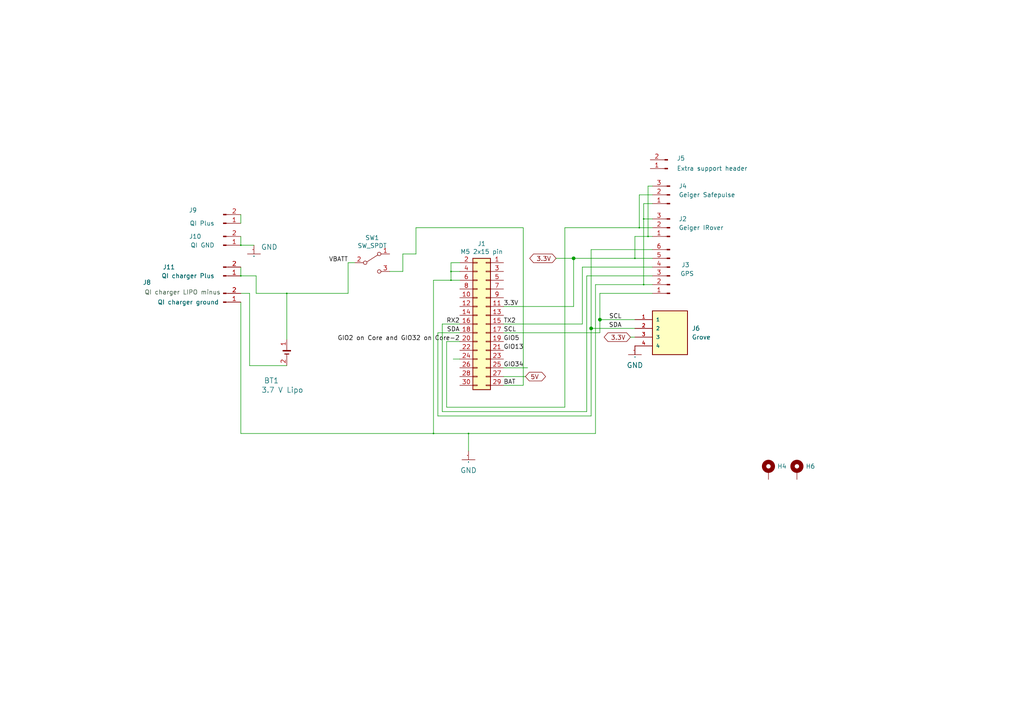
<source format=kicad_sch>
(kicad_sch (version 20240101) (generator "eeschema") (generator_version "8.99")
  (paper "A4")
  (title_block (title "bGeigieZen V3.0.5") (date "2024-04-07") (rev "V3.0.5") (company "GitHub link at https://github.com/Safecast/bGeigieZen"))
  (lib_symbols
    (symbol "110990030:110990030" (pin_names (offset 1.016))
      (property "Reference" "J" (at -5.08 5.842 0))
      (property "Value" "110990030" (at -5.08 -8.382 0))
      (symbol "110990030_0_0"
        (rectangle (start -5.08 -7.62) (end 5.08 5.08) (stroke (width 0.254)) (fill (type background)))
        (pin passive line (at -10.16 2.54 0) (length 5.08) (name "1") (number "1"))
        (pin passive line (at -10.16 0 0) (length 5.08) (name "2") (number "2"))
        (pin passive line (at -10.16 -2.54 0) (length 5.08) (name "3") (number "3"))
        (pin passive line (at -10.16 -5.08 0) (length 5.08) (name "4") (number "4"))
      )
    )
    (symbol "Connector:Conn_01x02_Male" (pin_names hide)
      (property "Reference" "J" (at 0 2.54 0))
      (property "Value" "Conn_01x02_Male" (at 0 -5.08 0))
      (symbol "Conn_01x02_Male_1_1"
        (polyline (pts (xy 1.27 -2.54) (xy 0.8636 -2.54)))
        (polyline (pts (xy 1.27 0) (xy 0.8636 0)))
        (rectangle (start 0.8636 -2.413) (end 0 -2.667) (fill (type outline)))
        (rectangle (start 0.8636 0.127) (end 0 -0.127) (fill (type outline)))
        (pin passive line (at 5.08 0 180) (length 3.81) (name "Pin_1") (number "1"))
        (pin passive line (at 5.08 -2.54 180) (length 3.81) (name "Pin_2") (number "2"))
      )
    )
    (symbol "Connector:Conn_01x02_Male_1" (pin_names (offset 1.016) hide)
      (property "Reference" "J" (at 0 2.54 0))
      (property "Value" "Conn_01x02_Male" (at 0 -5.08 0))
      (symbol "Conn_01x02_Male_1_1_1"
        (polyline (pts (xy 1.27 -2.54) (xy 0.8636 -2.54)) (stroke (width 0.1524)))
        (polyline (pts (xy 1.27 0) (xy 0.8636 0)) (stroke (width 0.1524)))
        (rectangle (start 0.8636 -2.413) (end 0 -2.667) (stroke (width 0.1524)) (fill (type outline)))
        (rectangle (start 0.8636 0.127) (end 0 -0.127) (stroke (width 0.1524)) (fill (type outline)))
        (pin passive line (at 5.08 0 180) (length 3.81) (name "Pin_1") (number "1"))
        (pin passive line (at 5.08 -2.54 180) (length 3.81) (name "Pin_2") (number "2"))
      )
    )
    (symbol "Connector:Conn_01x03_Male" (pin_names hide)
      (property "Reference" "J" (at 0 5.08 0))
      (property "Value" "Conn_01x03_Male" (at 0 -5.08 0))
      (symbol "Conn_01x03_Male_1_1"
        (polyline (pts (xy 1.27 -2.54) (xy 0.8636 -2.54)) (stroke (width 0.1524)))
        (polyline (pts (xy 1.27 0) (xy 0.8636 0)) (stroke (width 0.1524)))
        (polyline (pts (xy 1.27 2.54) (xy 0.8636 2.54)) (stroke (width 0.1524)))
        (rectangle (start 0.8636 -2.413) (end 0 -2.667) (stroke (width 0.1524)) (fill (type outline)))
        (rectangle (start 0.8636 0.127) (end 0 -0.127) (stroke (width 0.1524)) (fill (type outline)))
        (rectangle (start 0.8636 2.667) (end 0 2.413) (stroke (width 0.1524)) (fill (type outline)))
        (pin passive line (at 5.08 2.54 180) (length 3.81) (name "Pin_1") (number "1"))
        (pin passive line (at 5.08 0 180) (length 3.81) (name "Pin_2") (number "2"))
        (pin passive line (at 5.08 -2.54 180) (length 3.81) (name "Pin_3") (number "3"))
      )
    )
    (symbol "Connector:Conn_01x06_Male" (pin_names (offset 1.016) hide)
      (property "Reference" "J" (at 0 7.62 0))
      (property "Value" "Conn_01x06_Male" (at 0 -10.16 0))
      (symbol "Conn_01x06_Male_1_1"
        (polyline (pts (xy 1.27 -7.62) (xy 0.8636 -7.62)) (stroke (width 0.1524)))
        (polyline (pts (xy 1.27 -5.08) (xy 0.8636 -5.08)) (stroke (width 0.1524)))
        (polyline (pts (xy 1.27 -2.54) (xy 0.8636 -2.54)) (stroke (width 0.1524)))
        (polyline (pts (xy 1.27 0) (xy 0.8636 0)) (stroke (width 0.1524)))
        (polyline (pts (xy 1.27 2.54) (xy 0.8636 2.54)) (stroke (width 0.1524)))
        (polyline (pts (xy 1.27 5.08) (xy 0.8636 5.08)) (stroke (width 0.1524)))
        (rectangle (start 0.8636 -7.493) (end 0 -7.747) (stroke (width 0.1524)) (fill (type outline)))
        (rectangle (start 0.8636 -4.953) (end 0 -5.207) (stroke (width 0.1524)) (fill (type outline)))
        (rectangle (start 0.8636 -2.413) (end 0 -2.667) (stroke (width 0.1524)) (fill (type outline)))
        (rectangle (start 0.8636 0.127) (end 0 -0.127) (stroke (width 0.1524)) (fill (type outline)))
        (rectangle (start 0.8636 2.667) (end 0 2.413) (stroke (width 0.1524)) (fill (type outline)))
        (rectangle (start 0.8636 5.207) (end 0 4.953) (stroke (width 0.1524)) (fill (type outline)))
        (pin passive line (at 5.08 5.08 180) (length 3.81) (name "Pin_1") (number "1"))
        (pin passive line (at 5.08 2.54 180) (length 3.81) (name "Pin_2") (number "2"))
        (pin passive line (at 5.08 0 180) (length 3.81) (name "Pin_3") (number "3"))
        (pin passive line (at 5.08 -2.54 180) (length 3.81) (name "Pin_4") (number "4"))
        (pin passive line (at 5.08 -5.08 180) (length 3.81) (name "Pin_5") (number "5"))
        (pin passive line (at 5.08 -7.62 180) (length 3.81) (name "Pin_6") (number "6"))
      )
    )
    (symbol "Connector_Generic:Conn_02x15_Odd_Even" (pin_names hide)
      (property "Reference" "J" (at 1.27 20.32 0))
      (property "Value" "Conn_02x15_Odd_Even" (at 1.27 -20.32 0))
      (symbol "Conn_02x15_Odd_Even_1_1"
        (rectangle (start -1.27 -17.653) (end 0 -17.907))
        (rectangle (start -1.27 -15.113) (end 0 -15.367))
        (rectangle (start -1.27 -12.573) (end 0 -12.827))
        (rectangle (start -1.27 -10.033) (end 0 -10.287))
        (rectangle (start -1.27 -7.493) (end 0 -7.747))
        (rectangle (start -1.27 -4.953) (end 0 -5.207))
        (rectangle (start -1.27 -2.413) (end 0 -2.667))
        (rectangle (start -1.27 0.127) (end 0 -0.127))
        (rectangle (start -1.27 2.667) (end 0 2.413))
        (rectangle (start -1.27 5.207) (end 0 4.953))
        (rectangle (start -1.27 7.747) (end 0 7.493))
        (rectangle (start -1.27 10.287) (end 0 10.033))
        (rectangle (start -1.27 12.827) (end 0 12.573))
        (rectangle (start -1.27 15.367) (end 0 15.113))
        (rectangle (start -1.27 17.907) (end 0 17.653))
        (rectangle (start -1.27 19.05) (end 3.81 -19.05) (stroke (width 0.254)) (fill (type background)))
        (rectangle (start 3.81 -17.653) (end 2.54 -17.907))
        (rectangle (start 3.81 -15.113) (end 2.54 -15.367))
        (rectangle (start 3.81 -12.573) (end 2.54 -12.827))
        (rectangle (start 3.81 -10.033) (end 2.54 -10.287))
        (rectangle (start 3.81 -7.493) (end 2.54 -7.747))
        (rectangle (start 3.81 -4.953) (end 2.54 -5.207))
        (rectangle (start 3.81 -2.413) (end 2.54 -2.667))
        (rectangle (start 3.81 0.127) (end 2.54 -0.127))
        (rectangle (start 3.81 2.667) (end 2.54 2.413))
        (rectangle (start 3.81 5.207) (end 2.54 4.953))
        (rectangle (start 3.81 7.747) (end 2.54 7.493))
        (rectangle (start 3.81 10.287) (end 2.54 10.033))
        (rectangle (start 3.81 12.827) (end 2.54 12.573))
        (rectangle (start 3.81 15.367) (end 2.54 15.113))
        (rectangle (start 3.81 17.907) (end 2.54 17.653))
        (pin passive line (at -5.08 17.78 0) (length 3.81) (name "Pin_1") (number "1"))
        (pin passive line (at 7.62 7.62 180) (length 3.81) (name "Pin_10") (number "10"))
        (pin passive line (at -5.08 5.08 0) (length 3.81) (name "Pin_11") (number "11"))
        (pin passive line (at 7.62 5.08 180) (length 3.81) (name "Pin_12") (number "12"))
        (pin passive line (at -5.08 2.54 0) (length 3.81) (name "Pin_13") (number "13"))
        (pin passive line (at 7.62 2.54 180) (length 3.81) (name "Pin_14") (number "14"))
        (pin passive line (at -5.08 0 0) (length 3.81) (name "Pin_15") (number "15"))
        (pin passive line (at 7.62 0 180) (length 3.81) (name "Pin_16") (number "16"))
        (pin passive line (at -5.08 -2.54 0) (length 3.81) (name "Pin_17") (number "17"))
        (pin passive line (at 7.62 -2.54 180) (length 3.81) (name "Pin_18") (number "18"))
        (pin passive line (at -5.08 -5.08 0) (length 3.81) (name "Pin_19") (number "19"))
        (pin passive line (at 7.62 17.78 180) (length 3.81) (name "Pin_2") (number "2"))
        (pin passive line (at 7.62 -5.08 180) (length 3.81) (name "Pin_20") (number "20"))
        (pin passive line (at -5.08 -7.62 0) (length 3.81) (name "Pin_21") (number "21"))
        (pin passive line (at 7.62 -7.62 180) (length 3.81) (name "Pin_22") (number "22"))
        (pin passive line (at -5.08 -10.16 0) (length 3.81) (name "Pin_23") (number "23"))
        (pin passive line (at 7.62 -10.16 180) (length 3.81) (name "Pin_24") (number "24"))
        (pin passive line (at -5.08 -12.7 0) (length 3.81) (name "Pin_25") (number "25"))
        (pin passive line (at 7.62 -12.7 180) (length 3.81) (name "Pin_26") (number "26"))
        (pin passive line (at -5.08 -15.24 0) (length 3.81) (name "Pin_27") (number "27"))
        (pin passive line (at 7.62 -15.24 180) (length 3.81) (name "Pin_28") (number "28"))
        (pin passive line (at -5.08 -17.78 0) (length 3.81) (name "Pin_29") (number "29"))
        (pin passive line (at -5.08 15.24 0) (length 3.81) (name "Pin_3") (number "3"))
        (pin passive line (at 7.62 -17.78 180) (length 3.81) (name "Pin_30") (number "30"))
        (pin passive line (at 7.62 15.24 180) (length 3.81) (name "Pin_4") (number "4"))
        (pin passive line (at -5.08 12.7 0) (length 3.81) (name "Pin_5") (number "5"))
        (pin passive line (at 7.62 12.7 180) (length 3.81) (name "Pin_6") (number "6"))
        (pin passive line (at -5.08 10.16 0) (length 3.81) (name "Pin_7") (number "7"))
        (pin passive line (at 7.62 10.16 180) (length 3.81) (name "Pin_8") (number "8"))
        (pin passive line (at -5.08 7.62 0) (length 3.81) (name "Pin_9") (number "9"))
      )
    )
    (symbol "Mechanical:MountingHole_Pad" (pin_numbers hide) (pin_names hide)
      (property "Reference" "H" (at 0 6.35 0))
      (property "Value" "MountingHole_Pad" (at 0 4.445 0))
      (symbol "MountingHole_Pad_0_1"
        (circle (center 0 1.27) (radius 1.27) (stroke (width 1.27)))
      )
      (symbol "MountingHole_Pad_1_1"
        (pin input line (at 0 -2.54 90) (length 2.54) (name "1") (number "1"))
      )
    )
    (symbol "Switch:SW_SPDT" (pin_names (offset 0) hide)
      (property "Reference" "SW1" (at 0 7.239 0))
      (property "Value" "SW_SPDT" (at 0 4.9276 0))
      (symbol "SW_SPDT_0_0"
        (circle (center -2.032 0) (radius 0.508))
        (circle (center 2.032 -2.54) (radius 0.508))
      )
      (symbol "SW_SPDT_0_1"
        (polyline (pts (xy -1.524 0.254) (xy 1.651 2.286)))
        (circle (center 2.032 2.54) (radius 0.508))
      )
      (symbol "SW_SPDT_1_1"
        (pin passive line (at 5.08 2.54 180) (length 2.54) (name "A") (number "1"))
        (pin passive line (at -5.08 0 0) (length 2.54) (name "B") (number "2"))
        (pin passive line (at 5.08 -2.54 180) (length 2.54) (name "C") (number "3"))
      )
    )
    (symbol "bGeigieRaku-V2-rescue:BATTERY-akizuki-M5_board-rescue" (pin_names hide)
      (property "Reference" "BT" (at 0 -7.62 0))
      (property "Value" "BATTERY-akizuki-M5_board-rescue" (at 0 6.35 0))
      (symbol "BATTERY-akizuki-M5_board-rescue_0_1"
        (rectangle (start -1.143 0.635) (end 1.143 0.381) (fill (type outline)))
        (rectangle (start -0.635 -0.381) (end 0.635 -0.508))
        (polyline (pts (xy 0 -0.508) (xy 0 -1.27)))
        (polyline (pts (xy 0 1.27) (xy 0 0.635)))
      )
      (symbol "BATTERY-akizuki-M5_board-rescue_1_1"
        (pin input line (at 0 3.81 270) (length 2.54) (name "+") (number "1"))
        (pin input line (at 0 -3.81 90) (length 2.54) (name "-") (number "2"))
      )
    )
    (symbol "bGeigieRaku-V2-rescue:GND-bGeigieNano_V1.1.5" (power)
      (property "Value" "GND-bGeigieNano_V1.1.5" (at 0 -0.254 0))
      (symbol "GND-bGeigieNano_V1.1.5_1_0"
        (polyline (pts (xy -1.905 0) (xy 1.905 0)))
        (pin power_in line (at 0 2.54 270) (length 2.54) (name "GND") (number "1"))
      )
    )
  )
  (junction (at 125.73 125.73) (diameter 0.3048))
  (junction (at 173.99 92.71))
  (junction (at 186.69 82.55) (diameter 0.3048))
  (junction (at 166.37 74.93))
  (junction (at 130.81 81.28) (diameter 0.3048))
  (junction (at 83.185 85.09) (diameter 0.3048))
  (junction (at 186.69 63.5) (diameter 0.3048))
  (junction (at 185.42 66.04) (diameter 0.3048))
  (junction (at 69.85 71.12) (diameter 0.3048))
  (junction (at 184.15 74.93) (diameter 0.3048))
  (junction (at 69.85 80.01) (diameter 0.3048))
  (junction (at 187.96 68.58) (diameter 0.3048))
  (junction (at 171.45 95.25))
  (junction (at 135.89 125.73) (diameter 0.3048))
  (junction (at 130.81 78.74) (diameter 0.3048))
  (wire (pts (xy 173.99 85.09) (xy 173.99 92.71)))
  (wire (pts (xy 127 96.52) (xy 133.35 96.52)))
  (wire (pts (xy 127 120.65) (xy 127 96.52)))
  (wire (pts (xy 186.69 59.055) (xy 189.23 59.055)))
  (wire (pts (xy 173.99 92.71) (xy 173.99 96.52)))
  (wire (pts (xy 74.295 85.09) (xy 83.185 85.09)))
  (wire (pts (xy 186.69 82.55) (xy 172.72 82.55)))
  (wire (pts (xy 171.45 95.25) (xy 184.15 95.25)))
  (wire (pts (xy 130.81 78.74) (xy 133.35 78.74)))
  (wire (pts (xy 189.23 85.09) (xy 173.99 85.09)))
  (wire (pts (xy 69.85 87.63) (xy 69.85 125.73)))
  (wire (pts (xy 135.89 125.73) (xy 135.89 130.81)))
  (wire (pts (xy 135.89 125.73) (xy 172.72 125.73)))
  (wire (pts (xy 146.05 109.22) (xy 152.4 109.22)))
  (wire (pts (xy 151.765 111.76) (xy 146.05 111.76)))
  (wire (pts (xy 130.81 81.28) (xy 133.35 81.28)))
  (wire (pts (xy 72.39 106.045) (xy 83.185 106.045)))
  (wire (pts (xy 72.39 85.09) (xy 72.39 106.045)))
  (wire (pts (xy 161.29 74.93) (xy 166.37 74.93)))
  (wire (pts (xy 189.23 66.04) (xy 185.42 66.04)))
  (wire (pts (xy 146.05 96.52) (xy 173.99 96.52)))
  (wire (pts (xy 130.81 78.74) (xy 130.81 76.2)))
  (wire (pts (xy 100.965 76.2) (xy 102.87 76.2)))
  (wire (pts (xy 69.85 71.12) (xy 73.66 71.12)))
  (wire (pts (xy 170.18 119.38) (xy 128.27 119.38)))
  (wire (pts (xy 168.91 93.98) (xy 146.05 93.98)))
  (wire (pts (xy 125.73 125.73) (xy 125.73 81.28)))
  (wire (pts (xy 129.54 118.11) (xy 163.83 118.11)))
  (wire (pts (xy 128.27 93.98) (xy 133.35 93.98)))
  (wire (pts (xy 116.84 73.66) (xy 116.84 78.74)))
  (wire (pts (xy 186.69 82.55) (xy 186.69 63.5)))
  (wire (pts (xy 116.84 73.66) (xy 120.65 73.66)))
  (wire (pts (xy 184.15 74.93) (xy 184.15 68.58)))
  (wire (pts (xy 125.73 125.73) (xy 135.89 125.73)))
  (wire (pts (xy 69.85 85.09) (xy 72.39 85.09)))
  (wire (pts (xy 187.96 53.975) (xy 187.96 68.58)))
  (wire (pts (xy 171.45 95.25) (xy 171.45 120.65)))
  (wire (pts (xy 133.35 104.14) (xy 131.445 104.14)))
  (wire (pts (xy 129.54 118.11) (xy 129.54 99.06)))
  (wire (pts (xy 69.85 68.58) (xy 69.85 71.12)))
  (wire (pts (xy 69.85 62.23) (xy 69.85 64.77)))
  (wire (pts (xy 163.83 66.04) (xy 185.42 66.04)))
  (wire (pts (xy 69.85 77.47) (xy 69.85 80.01)))
  (wire (pts (xy 130.81 81.28) (xy 130.81 78.74)))
  (wire (pts (xy 125.73 81.28) (xy 130.81 81.28)))
  (wire (pts (xy 171.45 72.39) (xy 189.23 72.39)))
  (wire (pts (xy 113.03 78.74) (xy 116.84 78.74)))
  (wire (pts (xy 182.88 97.79) (xy 184.15 97.79)))
  (wire (pts (xy 170.18 80.01) (xy 170.18 119.38)))
  (wire (pts (xy 189.23 77.47) (xy 168.91 77.47)))
  (wire (pts (xy 69.85 125.73) (xy 125.73 125.73)))
  (wire (pts (xy 185.42 56.515) (xy 185.42 66.04)))
  (wire (pts (xy 189.23 56.515) (xy 185.42 56.515)))
  (wire (pts (xy 146.05 88.9) (xy 166.37 88.9)))
  (wire (pts (xy 163.83 66.04) (xy 163.83 118.11)))
  (wire (pts (xy 172.72 82.55) (xy 172.72 125.73)))
  (wire (pts (xy 120.65 73.66) (xy 120.65 66.04)))
  (wire (pts (xy 74.295 80.01) (xy 74.295 85.09)))
  (wire (pts (xy 151.765 66.04) (xy 151.765 111.76)))
  (wire (pts (xy 130.81 76.2) (xy 133.35 76.2)))
  (wire (pts (xy 187.96 53.975) (xy 189.23 53.975)))
  (wire (pts (xy 189.23 82.55) (xy 186.69 82.55)))
  (wire (pts (xy 128.27 119.38) (xy 128.27 93.98)))
  (wire (pts (xy 168.91 77.47) (xy 168.91 93.98)))
  (wire (pts (xy 184.15 68.58) (xy 187.96 68.58)))
  (wire (pts (xy 187.96 68.58) (xy 189.23 68.58)))
  (wire (pts (xy 129.54 99.06) (xy 133.35 99.06)))
  (wire (pts (xy 69.85 80.01) (xy 74.295 80.01)))
  (wire (pts (xy 83.185 85.09) (xy 100.965 85.09)))
  (wire (pts (xy 100.965 76.2) (xy 100.965 85.09)))
  (wire (pts (xy 173.99 92.71) (xy 184.15 92.71)))
  (wire (pts (xy 166.37 74.93) (xy 184.15 74.93)))
  (wire (pts (xy 186.69 63.5) (xy 186.69 59.055)))
  (wire (pts (xy 166.37 74.93) (xy 166.37 88.9)))
  (wire (pts (xy 184.15 74.93) (xy 189.23 74.93)))
  (wire (pts (xy 189.23 80.01) (xy 170.18 80.01)))
  (wire (pts (xy 146.05 106.68) (xy 153.035 106.68)))
  (wire (pts (xy 171.45 120.65) (xy 127 120.65)))
  (wire (pts (xy 186.69 63.5) (xy 189.23 63.5)))
  (wire (pts (xy 83.185 98.425) (xy 83.185 85.09)))
  (wire (pts (xy 120.65 66.04) (xy 151.765 66.04)))
  (wire (pts (xy 171.45 72.39) (xy 171.45 95.25)))
  (text "QI charger LIPO minus" (at 41.91 85.725 0) (effects (font (size 1.27 1.27)) (justify left bottom)))
  (label "SCL" (at 146.05 96.52 0))
  (label "RX2" (at 133.35 93.98 180))
  (label "VBATT" (at 100.965 76.2 180))
  (label "GIO13" (at 146.05 101.6 0))
  (label "GIO34" (at 146.05 106.68 0))
  (label "GIO2 on Core and GIO32 on Core-2" (at 133.35 99.06 180))
  (label "3.3V" (at 146.05 88.9 0))
  (label "SCL" (at 180.34 92.71 180))
  (label "SDA" (at 133.35 96.52 180))
  (label "GIO5" (at 146.05 99.06 0))
  (label "BAT" (at 146.05 111.76 0))
  (label "TX2" (at 146.05 93.98 0))
  (label "SDA" (at 180.34 95.25 180))
  (global_label "3.3V" (shape bidirectional) (at 182.88 97.79 180) (property "Intersheetrefs" "${INTERSHEET_REFS}" (effects (hide yes))))
  (global_label "3.3V" (shape bidirectional) (at 161.29 74.93 180) (property "Intersheetrefs" "${INTERSHEET_REFS}" (effects (hide yes))))
  (global_label "5V" (shape bidirectional) (at 152.4 109.22 0) (property "Intersheetrefs" "${INTERSHEET_REFS}" (effects (hide yes))))
  (symbol (lib_id "Connector_Generic:Conn_02x15_Odd_Even") (at 140.97 93.98 0) (mirror y) (unit 1)
    (property "Reference" "J1" (at 139.7 70.6882 0))
    (property "Value" "M5 2x15 pin" (at 139.7 72.9996 0))
    (property "Footprint" "Connector_PinHeader_2.54mm:PinHeader_2x15_P2.54mm_Vertical" (effects (hide yes)))
    (property "Datasheet" "Hirosugi Instruments: PSM-4200233-15" (effects (hide yes)))
  )
  (symbol (lib_id "bGeigieRaku-V2-rescue:BATTERY-akizuki-M5_board-rescue") (at 83.185 102.235 0) (unit 1)
    (property "Reference" "BT1" (at 76.5302 110.3884 0) (effects (font (size 1.524 1.524)) (justify left)))
    (property "Value" " 3.7 V Lipo" (at 74.6252 113.1062 0) (effects (font (size 1.524 1.524)) (justify left)))
    (property "Footprint" "bGeigieZen:1043" (effects (hide yes)))
  )
  (symbol (lib_id "Connector:Conn_01x06_Male") (at 194.31 80.01 180) (unit 1)
    (property "Reference" "J3" (at 200.025 76.835 0) (effects (justify left)))
    (property "Value" "GPS" (at 201.295 79.375 0) (effects (justify left)))
    (property "Footprint" "Connector_PinSocket_2.54mm:PinSocket_1x06_P2.54mm_Vertical" (effects (hide yes)))
  )
  (symbol (lib_id "Switch:SW_SPDT") (at 107.95 76.2 0) (unit 1)
    (property "Reference" "SW1" (at 107.95 68.961 0))
    (property "Value" "SW_SPDT" (at 107.95 71.2724 0))
    (property "Footprint" "bGeigieNanoKit V1.1r5a:EG1206" (effects (hide yes)))
    (property "Datasheet" "https://www.digikey.jp/product-detail/ja/e-switch/EG1206/EG1916-ND/251333" (effects (hide yes)))
  )
  (symbol (lib_id "Connector:Conn_01x03_Male") (at 194.31 66.04 180) (unit 1)
    (property "Reference" "J2" (at 196.85 63.5 0) (effects (justify right)))
    (property "Value" "Geiger IRover" (at 196.85 66.04 0) (effects (justify right)))
    (property "Footprint" "Connector_PinHeader_2.54mm:PinHeader_1x03_P2.54mm_Vertical" (effects (hide yes)))
  )
  (symbol (lib_id "bGeigieRaku-V2-rescue:GND-bGeigieNano_V1.1.5") (at 135.89 133.35 0) (unit 1)
    (property "Reference" "#GND01" (effects (hide yes)))
    (property "Value" "GND" (at 135.89 136.4234 0) (effects (font (size 1.4986 1.4986))))
  )
  (symbol (lib_id "Connector:Conn_01x02_Male") (at 64.77 80.01 0) (mirror x) (unit 1)
    (property "Reference" "J11" (at 50.8 77.47 0) (effects (justify right)))
    (property "Value" "QI charger Plus" (at 62.23 80.01 0) (effects (justify right)))
    (property "Footprint" "bGeigieZen:PinHeader_1x02_P2.54mm_Vertical_4056" (effects (hide yes)))
  )
  (symbol (lib_id "Connector:Conn_01x02_Male") (at 64.77 71.12 0) (mirror x) (unit 1)
    (property "Reference" "J10" (at 58.42 68.58 0) (effects (justify right)))
    (property "Value" "QI GND" (at 62.23 71.12 0) (effects (justify right)))
    (property "Footprint" "Connector_PinHeader_2.54mm:PinHeader_1x02_P2.54mm_Vertical" (effects (hide yes)))
  )
  (symbol (lib_id "Connector:Conn_01x02_Male") (at 64.77 64.77 0) (mirror x) (unit 1)
    (property "Reference" "J9" (at 57.15 60.96 0) (effects (justify right)))
    (property "Value" "QI Plus" (at 62.23 64.77 0) (effects (justify right)))
    (property "Footprint" "Connector_PinHeader_2.54mm:PinHeader_1x02_P2.54mm_Vertical" (effects (hide yes)))
  )
  (symbol (lib_id "Mechanical:MountingHole_Pad") (at 222.885 136.525 0) (unit 1)
    (property "Reference" "H4" (at 225.425 135.255 0) (effects (justify left)))
    (property "Value" "MountingHole_Pad" (effects (hide yes)))
    (property "Footprint" "MountingHole:MountingHole_3.2mm_M3" (effects (hide yes)))
  )
  (symbol (lib_id "Mechanical:MountingHole_Pad") (at 231.14 136.525 0) (unit 1)
    (property "Reference" "H6" (at 233.68 135.255 0) (effects (justify left)))
    (property "Value" "MountingHole_Pad" (effects (hide yes)))
    (property "Footprint" "MountingHole:MountingHole_3.2mm_M3" (effects (hide yes)))
  )
  (symbol (lib_id "Connector:Conn_01x03_Male") (at 194.31 56.515 180) (unit 1)
    (property "Reference" "J4" (at 196.85 53.975 0) (effects (justify right)))
    (property "Value" "Geiger Safepulse" (at 196.85 56.515 0) (effects (justify right)))
    (property "Footprint" "Connector_PinHeader_2.54mm:PinHeader_1x03_P2.54mm_Vertical" (effects (hide yes)))
  )
  (symbol (lib_id "bGeigieRaku-V2-rescue:GND-bGeigieNano_V1.1.5") (at 73.66 73.66 0) (unit 1)
    (property "Reference" "#GND0101" (effects (hide yes)))
    (property "Value" "GND" (at 78.105 71.6534 0) (effects (font (size 1.4986 1.4986))))
  )
  (symbol (lib_id "bGeigieRaku-V2-rescue:GND-bGeigieNano_V1.1.5") (at 184.15 102.87 0) (unit 1)
    (property "Reference" "#GND0102" (effects (hide yes)))
    (property "Value" "GND" (at 184.15 105.9434 0) (effects (font (size 1.4986 1.4986))))
  )
  (symbol (lib_id "110990030:110990030") (at 194.31 95.25 0) (unit 1)
    (property "Reference" "J6" (at 200.66 95.2499 0) (effects (justify left)))
    (property "Value" "Grove" (at 200.66 97.7899 0) (effects (justify left)))
    (property "Footprint" "Connector_PinSocket_2.00mm:PinSocket_1x04_P2.00mm_Horizontal" (effects (hide yes)))
    (property "PARTREV" "A" (effects (hide yes)))
    (property "STANDARD" "Manufacturer Recommendations" (effects (hide yes)))
    (property "MAXIMUM_PACKAGE_HEIGHT" "8.1mm" (effects (hide yes)))
    (property "MANUFACTURER" "Seeed Technology" (effects (hide yes)))
  )
  (symbol (lib_id "Connector:Conn_01x02_Male") (at 64.77 87.63 0) (mirror x) (unit 1)
    (property "Reference" "J8" (at 43.815 81.915 0) (effects (justify right)))
    (property "Value" "QI charger ground" (at 63.5 87.63 0) (effects (justify right)))
    (property "Footprint" "Connector_PinHeader_2.54mm:PinHeader_1x02_P2.54mm_Vertical" (effects (hide yes)))
  )
  (symbol (lib_name "Connector:Conn_01x02_Male_1") (lib_id "Connector:Conn_01x02_Male") (at 193.675 48.895 180) (unit 1)
    (property "Reference" "J5" (at 196.2913 45.9168 0) (effects (justify right)))
    (property "Value" "Extra support header" (at 196.2913 48.8505 0) (effects (justify right)))
    (property "Footprint" "Connector_PinHeader_2.54mm:PinHeader_1x02_P2.54mm_Vertical" (effects (hide yes)))
  )
)
</source>
